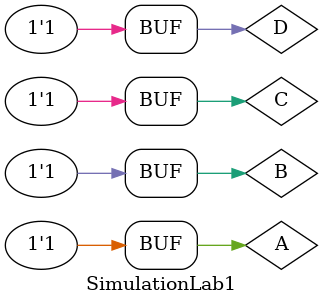
<source format=sv>
`timescale 1ns / 1ps

// Engineer: Hayden Tam
// 
// Create Date: 09/25/2018 02:39:01 PM
// Design Name: 
// Module Name: SimulationLab1
// Project Name: CPE133 Lab1
// Target Devices: 
// Tool Versions: 
// Description: simulation for all the test cases from 0-15
// 
// Dependencies: 
// 
// Revision:
// Revision 0.01 - File Created
// Additional Comments:
// 
//////////////////////////////////////////////////////////////////////////////////


module SimulationLab1;
 //declare inputs and outputs to give to your module
   //can be the same names as the ports of the module under test
   logic A, B, C, D; 
   logic F;
   
   //Instantiate your module undertest
   Lab1 Lab1_inst (  .A(A), .B(B), .C(C),.D(D), .F(F)  );


   //list your test cases
   initial 
       begin
       A = 0; B = 0; C = 0; D=0;
       #10
       
       A = 0; B = 0; C = 1; D=1;
       #10
       
       A=0; B=0; C=1; D=0;
       #10
       
       A=0; B=0; C=1; D=1;
       #10
       
       A=0; B=1; C=0; D=0;
       #10
       
       A=0; B=1; C=0; D=1;
       #10
       
       A=0; B=1; C=1; D=0;
       #10
       
       A=0; B=1; C=1; D=1;
       #10
       
       A=1; B=0; C=0; D=0;
       #10
       
       A=1; B=0; C=0; D=1;
       #10
       
      
       A=1; B=0; C=1; D=0;
       #10
       
       A=1; B=0; C=1; D=1;
       #10
       
       A=1; B=1; C=0; D=0;
       #10
       
       A=1; B=1; C=0; D=1;
       #10
       
       A=1; B=1; C=1;D=0;
       #10
       
       A=1; B=1; C=1; D=1;
       #10
      
      //add more test cases     
          
           
       $display("Finished");  
     end                                 
   
endmodule

</source>
